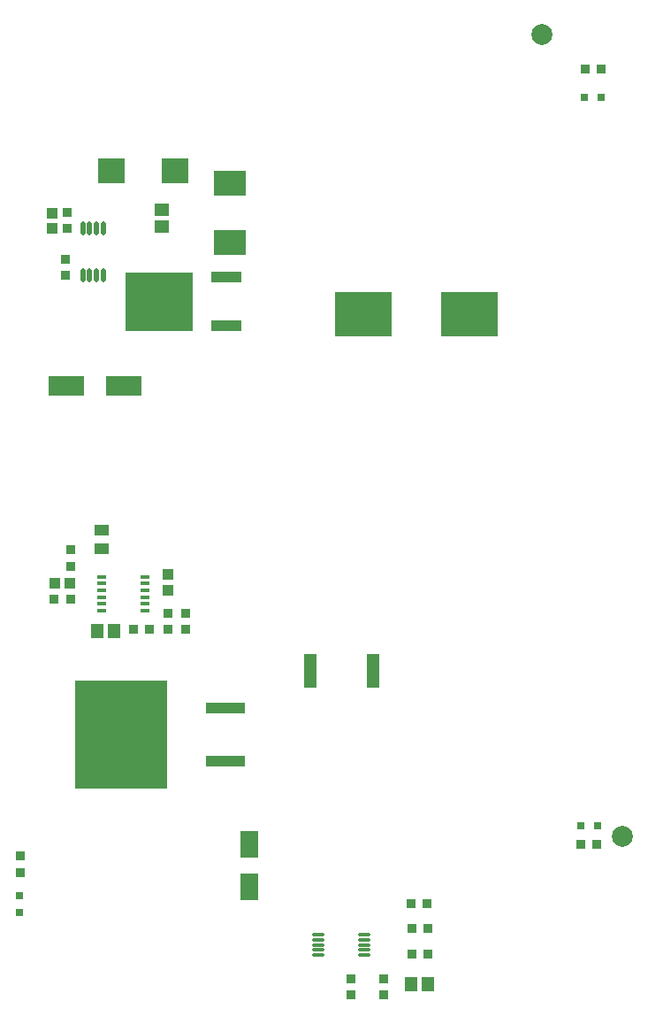
<source format=gtp>
G04*
G04 #@! TF.GenerationSoftware,Altium Limited,Altium Designer,18.1.11 (251)*
G04*
G04 Layer_Color=8421504*
%FSLAX25Y25*%
%MOIN*%
G70*
G01*
G75*
%ADD17R,0.03543X0.03347*%
%ADD18R,0.04528X0.12795*%
%ADD19R,0.21654X0.16929*%
%ADD20R,0.03150X0.03150*%
%ADD21R,0.14961X0.04134*%
%ADD22R,0.35039X0.40748*%
%ADD23O,0.05315X0.01181*%
%ADD24R,0.03347X0.03543*%
%ADD25C,0.07874*%
%ADD26R,0.11811X0.03937*%
%ADD27R,0.25197X0.21850*%
%ADD28R,0.12402X0.09646*%
%ADD29R,0.06693X0.09843*%
%ADD30R,0.13386X0.07284*%
%ADD31O,0.01968X0.05315*%
%ADD32R,0.10039X0.09646*%
%ADD33R,0.05709X0.05118*%
%ADD34R,0.04134X0.03937*%
%ADD35R,0.03150X0.03150*%
%ADD36R,0.05118X0.05709*%
%ADD37O,0.03500X0.01654*%
%ADD38R,0.03937X0.04134*%
%ADD39R,0.05315X0.03937*%
D17*
X158268Y316043D02*
D03*
Y309941D02*
D03*
X159646Y182874D02*
D03*
Y188976D02*
D03*
X157579Y298425D02*
D03*
Y292323D02*
D03*
X277848Y21276D02*
D03*
Y27378D02*
D03*
X265354Y21358D02*
D03*
Y27461D02*
D03*
X196457Y165157D02*
D03*
Y159055D02*
D03*
X203150D02*
D03*
Y165157D02*
D03*
X140650Y67520D02*
D03*
Y73622D02*
D03*
D18*
X250000Y143307D02*
D03*
X273622D02*
D03*
D19*
X270177Y277756D02*
D03*
X310138D02*
D03*
D20*
X358268Y85039D02*
D03*
X351969D02*
D03*
X353445Y359547D02*
D03*
X359744D02*
D03*
D21*
X218110Y109291D02*
D03*
Y129291D02*
D03*
D22*
X178740Y119291D02*
D03*
D23*
X252981Y36295D02*
D03*
Y38264D02*
D03*
X270501Y36295D02*
D03*
Y38264D02*
D03*
Y40232D02*
D03*
Y42201D02*
D03*
Y44169D02*
D03*
X252981Y40232D02*
D03*
Y42201D02*
D03*
Y44169D02*
D03*
D24*
X189370Y159055D02*
D03*
X183268D02*
D03*
X153543Y170472D02*
D03*
X159646D02*
D03*
X288040Y55724D02*
D03*
X294143D02*
D03*
X288287Y46276D02*
D03*
X294390D02*
D03*
X288418Y36614D02*
D03*
X294521D02*
D03*
X352067Y77953D02*
D03*
X358169D02*
D03*
X353740Y370177D02*
D03*
X359842D02*
D03*
D25*
X337402Y383071D02*
D03*
X367764Y81102D02*
D03*
D26*
X218406Y273563D02*
D03*
Y291595D02*
D03*
D27*
X193012Y282579D02*
D03*
D28*
X219685Y304724D02*
D03*
Y327165D02*
D03*
D29*
X227165Y77953D02*
D03*
Y62205D02*
D03*
D30*
X157973Y250886D02*
D03*
X179823D02*
D03*
D31*
X171949Y309941D02*
D03*
X169390D02*
D03*
X166831D02*
D03*
X164272D02*
D03*
X171949Y292421D02*
D03*
X169390D02*
D03*
X166831D02*
D03*
X164272D02*
D03*
D32*
X198917Y331791D02*
D03*
X175098D02*
D03*
D33*
X193996Y310728D02*
D03*
Y317028D02*
D03*
D34*
X159547Y176378D02*
D03*
X153642D02*
D03*
D35*
X140551Y58661D02*
D03*
Y52362D02*
D03*
D36*
X175975Y158554D02*
D03*
X169676D02*
D03*
X294241Y25409D02*
D03*
X287942D02*
D03*
D37*
X187823Y166043D02*
D03*
Y168602D02*
D03*
Y171161D02*
D03*
Y173721D02*
D03*
Y176279D02*
D03*
Y178839D02*
D03*
X171232Y166043D02*
D03*
Y168602D02*
D03*
Y171161D02*
D03*
Y173721D02*
D03*
Y176279D02*
D03*
Y178839D02*
D03*
D38*
X196457Y179725D02*
D03*
Y173819D02*
D03*
X152657Y315846D02*
D03*
Y309941D02*
D03*
D39*
X171232Y189370D02*
D03*
Y196457D02*
D03*
M02*

</source>
